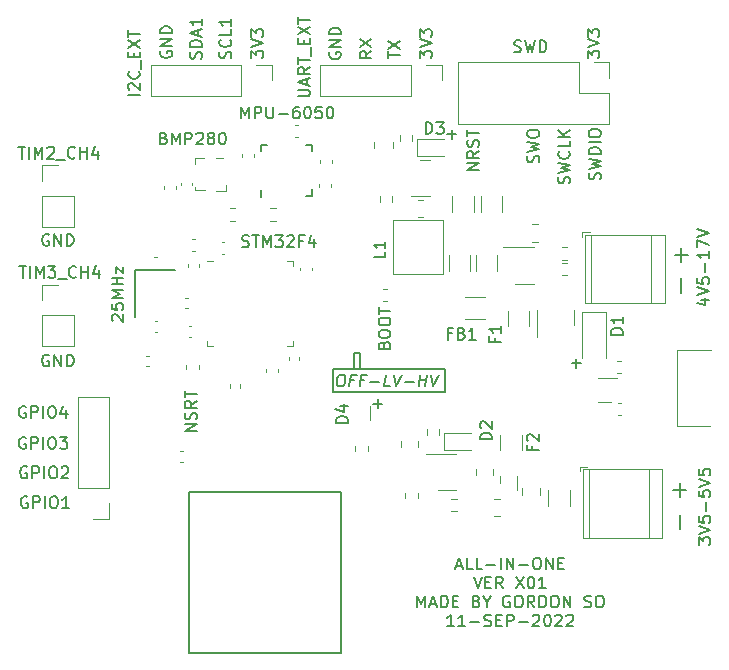
<source format=gbr>
%TF.GenerationSoftware,KiCad,Pcbnew,(6.0.7)*%
%TF.CreationDate,2022-09-11T16:04:51-07:00*%
%TF.ProjectId,All-in-one,416c6c2d-696e-42d6-9f6e-652e6b696361,rev?*%
%TF.SameCoordinates,Original*%
%TF.FileFunction,Legend,Top*%
%TF.FilePolarity,Positive*%
%FSLAX46Y46*%
G04 Gerber Fmt 4.6, Leading zero omitted, Abs format (unit mm)*
G04 Created by KiCad (PCBNEW (6.0.7)) date 2022-09-11 16:04:51*
%MOMM*%
%LPD*%
G01*
G04 APERTURE LIST*
%ADD10C,0.150000*%
%ADD11C,0.200000*%
%ADD12C,0.153000*%
%ADD13C,0.120000*%
%ADD14C,0.152400*%
%ADD15C,0.100000*%
G04 APERTURE END LIST*
D10*
X78000000Y-37800000D02*
X78000000Y-36600000D01*
X78550000Y-37200000D02*
X77450000Y-37200000D01*
D11*
X50300000Y-45500000D02*
X50800000Y-45500000D01*
X50800000Y-45500000D02*
X50800000Y-46900000D01*
D10*
X78000000Y-40400000D02*
X78000000Y-39200000D01*
X77900000Y-59200000D02*
X77900000Y-60400000D01*
X48500000Y-46900000D02*
X58000000Y-46900000D01*
X58000000Y-46900000D02*
X58000000Y-48800000D01*
X58000000Y-48800000D02*
X48500000Y-48800000D01*
X48500000Y-48800000D02*
X48500000Y-46900000D01*
X77300000Y-57100000D02*
X78400000Y-57100000D01*
D11*
X50300000Y-46900000D02*
X50300000Y-45500000D01*
D10*
X77850000Y-56500000D02*
X77850000Y-57700000D01*
X70052380Y-20538095D02*
X70052380Y-19919047D01*
X70433333Y-20252380D01*
X70433333Y-20109523D01*
X70480952Y-20014285D01*
X70528571Y-19966666D01*
X70623809Y-19919047D01*
X70861904Y-19919047D01*
X70957142Y-19966666D01*
X71004761Y-20014285D01*
X71052380Y-20109523D01*
X71052380Y-20395238D01*
X71004761Y-20490476D01*
X70957142Y-20538095D01*
X70052380Y-19633333D02*
X71052380Y-19300000D01*
X70052380Y-18966666D01*
X70052380Y-18728571D02*
X70052380Y-18109523D01*
X70433333Y-18442857D01*
X70433333Y-18300000D01*
X70480952Y-18204761D01*
X70528571Y-18157142D01*
X70623809Y-18109523D01*
X70861904Y-18109523D01*
X70957142Y-18157142D01*
X71004761Y-18204761D01*
X71052380Y-18300000D01*
X71052380Y-18585714D01*
X71004761Y-18680952D01*
X70957142Y-18728571D01*
X41577380Y-20538095D02*
X41577380Y-19919047D01*
X41958333Y-20252380D01*
X41958333Y-20109523D01*
X42005952Y-20014285D01*
X42053571Y-19966666D01*
X42148809Y-19919047D01*
X42386904Y-19919047D01*
X42482142Y-19966666D01*
X42529761Y-20014285D01*
X42577380Y-20109523D01*
X42577380Y-20395238D01*
X42529761Y-20490476D01*
X42482142Y-20538095D01*
X41577380Y-19633333D02*
X42577380Y-19300000D01*
X41577380Y-18966666D01*
X41577380Y-18728571D02*
X41577380Y-18109523D01*
X41958333Y-18442857D01*
X41958333Y-18300000D01*
X42005952Y-18204761D01*
X42053571Y-18157142D01*
X42148809Y-18109523D01*
X42386904Y-18109523D01*
X42482142Y-18157142D01*
X42529761Y-18204761D01*
X42577380Y-18300000D01*
X42577380Y-18585714D01*
X42529761Y-18680952D01*
X42482142Y-18728571D01*
X21947619Y-38152380D02*
X22519047Y-38152380D01*
X22233333Y-39152380D02*
X22233333Y-38152380D01*
X22852380Y-39152380D02*
X22852380Y-38152380D01*
X23328571Y-39152380D02*
X23328571Y-38152380D01*
X23661904Y-38866666D01*
X23995238Y-38152380D01*
X23995238Y-39152380D01*
X24376190Y-38152380D02*
X24995238Y-38152380D01*
X24661904Y-38533333D01*
X24804761Y-38533333D01*
X24900000Y-38580952D01*
X24947619Y-38628571D01*
X24995238Y-38723809D01*
X24995238Y-38961904D01*
X24947619Y-39057142D01*
X24900000Y-39104761D01*
X24804761Y-39152380D01*
X24519047Y-39152380D01*
X24423809Y-39104761D01*
X24376190Y-39057142D01*
X25185714Y-39247619D02*
X25947619Y-39247619D01*
X26757142Y-39057142D02*
X26709523Y-39104761D01*
X26566666Y-39152380D01*
X26471428Y-39152380D01*
X26328571Y-39104761D01*
X26233333Y-39009523D01*
X26185714Y-38914285D01*
X26138095Y-38723809D01*
X26138095Y-38580952D01*
X26185714Y-38390476D01*
X26233333Y-38295238D01*
X26328571Y-38200000D01*
X26471428Y-38152380D01*
X26566666Y-38152380D01*
X26709523Y-38200000D01*
X26757142Y-38247619D01*
X27185714Y-39152380D02*
X27185714Y-38152380D01*
X27185714Y-38628571D02*
X27757142Y-38628571D01*
X27757142Y-39152380D02*
X27757142Y-38152380D01*
X28661904Y-38485714D02*
X28661904Y-39152380D01*
X28423809Y-38104761D02*
X28185714Y-38819047D01*
X28804761Y-38819047D01*
X24438095Y-45700000D02*
X24342857Y-45652380D01*
X24200000Y-45652380D01*
X24057142Y-45700000D01*
X23961904Y-45795238D01*
X23914285Y-45890476D01*
X23866666Y-46080952D01*
X23866666Y-46223809D01*
X23914285Y-46414285D01*
X23961904Y-46509523D01*
X24057142Y-46604761D01*
X24200000Y-46652380D01*
X24295238Y-46652380D01*
X24438095Y-46604761D01*
X24485714Y-46557142D01*
X24485714Y-46223809D01*
X24295238Y-46223809D01*
X24914285Y-46652380D02*
X24914285Y-45652380D01*
X25485714Y-46652380D01*
X25485714Y-45652380D01*
X25961904Y-46652380D02*
X25961904Y-45652380D01*
X26200000Y-45652380D01*
X26342857Y-45700000D01*
X26438095Y-45795238D01*
X26485714Y-45890476D01*
X26533333Y-46080952D01*
X26533333Y-46223809D01*
X26485714Y-46414285D01*
X26438095Y-46509523D01*
X26342857Y-46604761D01*
X26200000Y-46652380D01*
X25961904Y-46652380D01*
X22463809Y-52675000D02*
X22368571Y-52627380D01*
X22225714Y-52627380D01*
X22082857Y-52675000D01*
X21987619Y-52770238D01*
X21940000Y-52865476D01*
X21892380Y-53055952D01*
X21892380Y-53198809D01*
X21940000Y-53389285D01*
X21987619Y-53484523D01*
X22082857Y-53579761D01*
X22225714Y-53627380D01*
X22320952Y-53627380D01*
X22463809Y-53579761D01*
X22511428Y-53532142D01*
X22511428Y-53198809D01*
X22320952Y-53198809D01*
X22940000Y-53627380D02*
X22940000Y-52627380D01*
X23320952Y-52627380D01*
X23416190Y-52675000D01*
X23463809Y-52722619D01*
X23511428Y-52817857D01*
X23511428Y-52960714D01*
X23463809Y-53055952D01*
X23416190Y-53103571D01*
X23320952Y-53151190D01*
X22940000Y-53151190D01*
X23940000Y-53627380D02*
X23940000Y-52627380D01*
X24606666Y-52627380D02*
X24797142Y-52627380D01*
X24892380Y-52675000D01*
X24987619Y-52770238D01*
X25035238Y-52960714D01*
X25035238Y-53294047D01*
X24987619Y-53484523D01*
X24892380Y-53579761D01*
X24797142Y-53627380D01*
X24606666Y-53627380D01*
X24511428Y-53579761D01*
X24416190Y-53484523D01*
X24368571Y-53294047D01*
X24368571Y-52960714D01*
X24416190Y-52770238D01*
X24511428Y-52675000D01*
X24606666Y-52627380D01*
X25368571Y-52627380D02*
X25987619Y-52627380D01*
X25654285Y-53008333D01*
X25797142Y-53008333D01*
X25892380Y-53055952D01*
X25940000Y-53103571D01*
X25987619Y-53198809D01*
X25987619Y-53436904D01*
X25940000Y-53532142D01*
X25892380Y-53579761D01*
X25797142Y-53627380D01*
X25511428Y-53627380D01*
X25416190Y-53579761D01*
X25368571Y-53532142D01*
X53152380Y-20561904D02*
X53152380Y-19990476D01*
X54152380Y-20276190D02*
X53152380Y-20276190D01*
X53152380Y-19752380D02*
X54152380Y-19085714D01*
X53152380Y-19085714D02*
X54152380Y-19752380D01*
X49154136Y-47352380D02*
X49344613Y-47352380D01*
X49433898Y-47400000D01*
X49517232Y-47495238D01*
X49541041Y-47685714D01*
X49499375Y-48019047D01*
X49427946Y-48209523D01*
X49320803Y-48304761D01*
X49219613Y-48352380D01*
X49029136Y-48352380D01*
X48939851Y-48304761D01*
X48856517Y-48209523D01*
X48832708Y-48019047D01*
X48874375Y-47685714D01*
X48945803Y-47495238D01*
X49052946Y-47400000D01*
X49154136Y-47352380D01*
X50285089Y-47828571D02*
X49951755Y-47828571D01*
X49886279Y-48352380D02*
X50011279Y-47352380D01*
X50487470Y-47352380D01*
X51142232Y-47828571D02*
X50808898Y-47828571D01*
X50743422Y-48352380D02*
X50868422Y-47352380D01*
X51344613Y-47352380D01*
X51648184Y-47971428D02*
X52410089Y-47971428D01*
X53314851Y-48352380D02*
X52838660Y-48352380D01*
X52963660Y-47352380D01*
X53630327Y-47352380D02*
X53838660Y-48352380D01*
X54296994Y-47352380D01*
X54552946Y-47971428D02*
X55314851Y-47971428D01*
X55743422Y-48352380D02*
X55868422Y-47352380D01*
X55808898Y-47828571D02*
X56380327Y-47828571D01*
X56314851Y-48352380D02*
X56439851Y-47352380D01*
X56773184Y-47352380D02*
X56981517Y-48352380D01*
X57439851Y-47352380D01*
X22463809Y-50075000D02*
X22368571Y-50027380D01*
X22225714Y-50027380D01*
X22082857Y-50075000D01*
X21987619Y-50170238D01*
X21940000Y-50265476D01*
X21892380Y-50455952D01*
X21892380Y-50598809D01*
X21940000Y-50789285D01*
X21987619Y-50884523D01*
X22082857Y-50979761D01*
X22225714Y-51027380D01*
X22320952Y-51027380D01*
X22463809Y-50979761D01*
X22511428Y-50932142D01*
X22511428Y-50598809D01*
X22320952Y-50598809D01*
X22940000Y-51027380D02*
X22940000Y-50027380D01*
X23320952Y-50027380D01*
X23416190Y-50075000D01*
X23463809Y-50122619D01*
X23511428Y-50217857D01*
X23511428Y-50360714D01*
X23463809Y-50455952D01*
X23416190Y-50503571D01*
X23320952Y-50551190D01*
X22940000Y-50551190D01*
X23940000Y-51027380D02*
X23940000Y-50027380D01*
X24606666Y-50027380D02*
X24797142Y-50027380D01*
X24892380Y-50075000D01*
X24987619Y-50170238D01*
X25035238Y-50360714D01*
X25035238Y-50694047D01*
X24987619Y-50884523D01*
X24892380Y-50979761D01*
X24797142Y-51027380D01*
X24606666Y-51027380D01*
X24511428Y-50979761D01*
X24416190Y-50884523D01*
X24368571Y-50694047D01*
X24368571Y-50360714D01*
X24416190Y-50170238D01*
X24511428Y-50075000D01*
X24606666Y-50027380D01*
X25892380Y-50360714D02*
X25892380Y-51027380D01*
X25654285Y-49979761D02*
X25416190Y-50694047D01*
X26035238Y-50694047D01*
X29847619Y-42811904D02*
X29800000Y-42764285D01*
X29752380Y-42669047D01*
X29752380Y-42430952D01*
X29800000Y-42335714D01*
X29847619Y-42288095D01*
X29942857Y-42240476D01*
X30038095Y-42240476D01*
X30180952Y-42288095D01*
X30752380Y-42859523D01*
X30752380Y-42240476D01*
X29752380Y-41335714D02*
X29752380Y-41811904D01*
X30228571Y-41859523D01*
X30180952Y-41811904D01*
X30133333Y-41716666D01*
X30133333Y-41478571D01*
X30180952Y-41383333D01*
X30228571Y-41335714D01*
X30323809Y-41288095D01*
X30561904Y-41288095D01*
X30657142Y-41335714D01*
X30704761Y-41383333D01*
X30752380Y-41478571D01*
X30752380Y-41716666D01*
X30704761Y-41811904D01*
X30657142Y-41859523D01*
X30752380Y-40859523D02*
X29752380Y-40859523D01*
X30466666Y-40526190D01*
X29752380Y-40192857D01*
X30752380Y-40192857D01*
X30752380Y-39716666D02*
X29752380Y-39716666D01*
X30228571Y-39716666D02*
X30228571Y-39145238D01*
X30752380Y-39145238D02*
X29752380Y-39145238D01*
X30085714Y-38764285D02*
X30085714Y-38240476D01*
X30752380Y-38764285D01*
X30752380Y-38240476D01*
X79452380Y-61738095D02*
X79452380Y-61119047D01*
X79833333Y-61452380D01*
X79833333Y-61309523D01*
X79880952Y-61214285D01*
X79928571Y-61166666D01*
X80023809Y-61119047D01*
X80261904Y-61119047D01*
X80357142Y-61166666D01*
X80404761Y-61214285D01*
X80452380Y-61309523D01*
X80452380Y-61595238D01*
X80404761Y-61690476D01*
X80357142Y-61738095D01*
X79452380Y-60833333D02*
X80452380Y-60500000D01*
X79452380Y-60166666D01*
X79452380Y-59357142D02*
X79452380Y-59833333D01*
X79928571Y-59880952D01*
X79880952Y-59833333D01*
X79833333Y-59738095D01*
X79833333Y-59500000D01*
X79880952Y-59404761D01*
X79928571Y-59357142D01*
X80023809Y-59309523D01*
X80261904Y-59309523D01*
X80357142Y-59357142D01*
X80404761Y-59404761D01*
X80452380Y-59500000D01*
X80452380Y-59738095D01*
X80404761Y-59833333D01*
X80357142Y-59880952D01*
X80071428Y-58880952D02*
X80071428Y-58119047D01*
X79452380Y-57166666D02*
X79452380Y-57642857D01*
X79928571Y-57690476D01*
X79880952Y-57642857D01*
X79833333Y-57547619D01*
X79833333Y-57309523D01*
X79880952Y-57214285D01*
X79928571Y-57166666D01*
X80023809Y-57119047D01*
X80261904Y-57119047D01*
X80357142Y-57166666D01*
X80404761Y-57214285D01*
X80452380Y-57309523D01*
X80452380Y-57547619D01*
X80404761Y-57642857D01*
X80357142Y-57690476D01*
X79452380Y-56833333D02*
X80452380Y-56500000D01*
X79452380Y-56166666D01*
X79452380Y-55357142D02*
X79452380Y-55833333D01*
X79928571Y-55880952D01*
X79880952Y-55833333D01*
X79833333Y-55738095D01*
X79833333Y-55500000D01*
X79880952Y-55404761D01*
X79928571Y-55357142D01*
X80023809Y-55309523D01*
X80261904Y-55309523D01*
X80357142Y-55357142D01*
X80404761Y-55404761D01*
X80452380Y-55500000D01*
X80452380Y-55738095D01*
X80404761Y-55833333D01*
X80357142Y-55880952D01*
X39829761Y-20566666D02*
X39877380Y-20423809D01*
X39877380Y-20185714D01*
X39829761Y-20090476D01*
X39782142Y-20042857D01*
X39686904Y-19995238D01*
X39591666Y-19995238D01*
X39496428Y-20042857D01*
X39448809Y-20090476D01*
X39401190Y-20185714D01*
X39353571Y-20376190D01*
X39305952Y-20471428D01*
X39258333Y-20519047D01*
X39163095Y-20566666D01*
X39067857Y-20566666D01*
X38972619Y-20519047D01*
X38925000Y-20471428D01*
X38877380Y-20376190D01*
X38877380Y-20138095D01*
X38925000Y-19995238D01*
X39782142Y-18995238D02*
X39829761Y-19042857D01*
X39877380Y-19185714D01*
X39877380Y-19280952D01*
X39829761Y-19423809D01*
X39734523Y-19519047D01*
X39639285Y-19566666D01*
X39448809Y-19614285D01*
X39305952Y-19614285D01*
X39115476Y-19566666D01*
X39020238Y-19519047D01*
X38925000Y-19423809D01*
X38877380Y-19280952D01*
X38877380Y-19185714D01*
X38925000Y-19042857D01*
X38972619Y-18995238D01*
X39877380Y-18090476D02*
X39877380Y-18566666D01*
X38877380Y-18566666D01*
X39877380Y-17233333D02*
X39877380Y-17804761D01*
X39877380Y-17519047D02*
X38877380Y-17519047D01*
X39020238Y-17614285D01*
X39115476Y-17709523D01*
X39163095Y-17804761D01*
X22563809Y-55175000D02*
X22468571Y-55127380D01*
X22325714Y-55127380D01*
X22182857Y-55175000D01*
X22087619Y-55270238D01*
X22040000Y-55365476D01*
X21992380Y-55555952D01*
X21992380Y-55698809D01*
X22040000Y-55889285D01*
X22087619Y-55984523D01*
X22182857Y-56079761D01*
X22325714Y-56127380D01*
X22420952Y-56127380D01*
X22563809Y-56079761D01*
X22611428Y-56032142D01*
X22611428Y-55698809D01*
X22420952Y-55698809D01*
X23040000Y-56127380D02*
X23040000Y-55127380D01*
X23420952Y-55127380D01*
X23516190Y-55175000D01*
X23563809Y-55222619D01*
X23611428Y-55317857D01*
X23611428Y-55460714D01*
X23563809Y-55555952D01*
X23516190Y-55603571D01*
X23420952Y-55651190D01*
X23040000Y-55651190D01*
X24040000Y-56127380D02*
X24040000Y-55127380D01*
X24706666Y-55127380D02*
X24897142Y-55127380D01*
X24992380Y-55175000D01*
X25087619Y-55270238D01*
X25135238Y-55460714D01*
X25135238Y-55794047D01*
X25087619Y-55984523D01*
X24992380Y-56079761D01*
X24897142Y-56127380D01*
X24706666Y-56127380D01*
X24611428Y-56079761D01*
X24516190Y-55984523D01*
X24468571Y-55794047D01*
X24468571Y-55460714D01*
X24516190Y-55270238D01*
X24611428Y-55175000D01*
X24706666Y-55127380D01*
X25516190Y-55222619D02*
X25563809Y-55175000D01*
X25659047Y-55127380D01*
X25897142Y-55127380D01*
X25992380Y-55175000D01*
X26040000Y-55222619D01*
X26087619Y-55317857D01*
X26087619Y-55413095D01*
X26040000Y-55555952D01*
X25468571Y-56127380D01*
X26087619Y-56127380D01*
X58571428Y-27380952D02*
X58571428Y-26619047D01*
X58952380Y-27000000D02*
X58190476Y-27000000D01*
X65904761Y-29380952D02*
X65952380Y-29238095D01*
X65952380Y-29000000D01*
X65904761Y-28904761D01*
X65857142Y-28857142D01*
X65761904Y-28809523D01*
X65666666Y-28809523D01*
X65571428Y-28857142D01*
X65523809Y-28904761D01*
X65476190Y-29000000D01*
X65428571Y-29190476D01*
X65380952Y-29285714D01*
X65333333Y-29333333D01*
X65238095Y-29380952D01*
X65142857Y-29380952D01*
X65047619Y-29333333D01*
X65000000Y-29285714D01*
X64952380Y-29190476D01*
X64952380Y-28952380D01*
X65000000Y-28809523D01*
X64952380Y-28476190D02*
X65952380Y-28238095D01*
X65238095Y-28047619D01*
X65952380Y-27857142D01*
X64952380Y-27619047D01*
X64952380Y-27047619D02*
X64952380Y-26857142D01*
X65000000Y-26761904D01*
X65095238Y-26666666D01*
X65285714Y-26619047D01*
X65619047Y-26619047D01*
X65809523Y-26666666D01*
X65904761Y-26761904D01*
X65952380Y-26857142D01*
X65952380Y-27047619D01*
X65904761Y-27142857D01*
X65809523Y-27238095D01*
X65619047Y-27285714D01*
X65285714Y-27285714D01*
X65095238Y-27238095D01*
X65000000Y-27142857D01*
X64952380Y-27047619D01*
X22623809Y-57700000D02*
X22528571Y-57652380D01*
X22385714Y-57652380D01*
X22242857Y-57700000D01*
X22147619Y-57795238D01*
X22100000Y-57890476D01*
X22052380Y-58080952D01*
X22052380Y-58223809D01*
X22100000Y-58414285D01*
X22147619Y-58509523D01*
X22242857Y-58604761D01*
X22385714Y-58652380D01*
X22480952Y-58652380D01*
X22623809Y-58604761D01*
X22671428Y-58557142D01*
X22671428Y-58223809D01*
X22480952Y-58223809D01*
X23100000Y-58652380D02*
X23100000Y-57652380D01*
X23480952Y-57652380D01*
X23576190Y-57700000D01*
X23623809Y-57747619D01*
X23671428Y-57842857D01*
X23671428Y-57985714D01*
X23623809Y-58080952D01*
X23576190Y-58128571D01*
X23480952Y-58176190D01*
X23100000Y-58176190D01*
X24100000Y-58652380D02*
X24100000Y-57652380D01*
X24766666Y-57652380D02*
X24957142Y-57652380D01*
X25052380Y-57700000D01*
X25147619Y-57795238D01*
X25195238Y-57985714D01*
X25195238Y-58319047D01*
X25147619Y-58509523D01*
X25052380Y-58604761D01*
X24957142Y-58652380D01*
X24766666Y-58652380D01*
X24671428Y-58604761D01*
X24576190Y-58509523D01*
X24528571Y-58319047D01*
X24528571Y-57985714D01*
X24576190Y-57795238D01*
X24671428Y-57700000D01*
X24766666Y-57652380D01*
X26147619Y-58652380D02*
X25576190Y-58652380D01*
X25861904Y-58652380D02*
X25861904Y-57652380D01*
X25766666Y-57795238D01*
X25671428Y-57890476D01*
X25576190Y-57938095D01*
X58952380Y-63551666D02*
X59428571Y-63551666D01*
X58857142Y-63837380D02*
X59190476Y-62837380D01*
X59523809Y-63837380D01*
X60333333Y-63837380D02*
X59857142Y-63837380D01*
X59857142Y-62837380D01*
X61142857Y-63837380D02*
X60666666Y-63837380D01*
X60666666Y-62837380D01*
X61476190Y-63456428D02*
X62238095Y-63456428D01*
X62714285Y-63837380D02*
X62714285Y-62837380D01*
X63190476Y-63837380D02*
X63190476Y-62837380D01*
X63761904Y-63837380D01*
X63761904Y-62837380D01*
X64238095Y-63456428D02*
X65000000Y-63456428D01*
X65666666Y-62837380D02*
X65857142Y-62837380D01*
X65952380Y-62885000D01*
X66047619Y-62980238D01*
X66095238Y-63170714D01*
X66095238Y-63504047D01*
X66047619Y-63694523D01*
X65952380Y-63789761D01*
X65857142Y-63837380D01*
X65666666Y-63837380D01*
X65571428Y-63789761D01*
X65476190Y-63694523D01*
X65428571Y-63504047D01*
X65428571Y-63170714D01*
X65476190Y-62980238D01*
X65571428Y-62885000D01*
X65666666Y-62837380D01*
X66523809Y-63837380D02*
X66523809Y-62837380D01*
X67095238Y-63837380D01*
X67095238Y-62837380D01*
X67571428Y-63313571D02*
X67904761Y-63313571D01*
X68047619Y-63837380D02*
X67571428Y-63837380D01*
X67571428Y-62837380D01*
X68047619Y-62837380D01*
X60404761Y-64447380D02*
X60738095Y-65447380D01*
X61071428Y-64447380D01*
X61404761Y-64923571D02*
X61738095Y-64923571D01*
X61880952Y-65447380D02*
X61404761Y-65447380D01*
X61404761Y-64447380D01*
X61880952Y-64447380D01*
X62880952Y-65447380D02*
X62547619Y-64971190D01*
X62309523Y-65447380D02*
X62309523Y-64447380D01*
X62690476Y-64447380D01*
X62785714Y-64495000D01*
X62833333Y-64542619D01*
X62880952Y-64637857D01*
X62880952Y-64780714D01*
X62833333Y-64875952D01*
X62785714Y-64923571D01*
X62690476Y-64971190D01*
X62309523Y-64971190D01*
X63976190Y-64447380D02*
X64642857Y-65447380D01*
X64642857Y-64447380D02*
X63976190Y-65447380D01*
X65214285Y-64447380D02*
X65309523Y-64447380D01*
X65404761Y-64495000D01*
X65452380Y-64542619D01*
X65500000Y-64637857D01*
X65547619Y-64828333D01*
X65547619Y-65066428D01*
X65500000Y-65256904D01*
X65452380Y-65352142D01*
X65404761Y-65399761D01*
X65309523Y-65447380D01*
X65214285Y-65447380D01*
X65119047Y-65399761D01*
X65071428Y-65352142D01*
X65023809Y-65256904D01*
X64976190Y-65066428D01*
X64976190Y-64828333D01*
X65023809Y-64637857D01*
X65071428Y-64542619D01*
X65119047Y-64495000D01*
X65214285Y-64447380D01*
X66500000Y-65447380D02*
X65928571Y-65447380D01*
X66214285Y-65447380D02*
X66214285Y-64447380D01*
X66119047Y-64590238D01*
X66023809Y-64685476D01*
X65928571Y-64733095D01*
X55642857Y-67057380D02*
X55642857Y-66057380D01*
X55976190Y-66771666D01*
X56309523Y-66057380D01*
X56309523Y-67057380D01*
X56738095Y-66771666D02*
X57214285Y-66771666D01*
X56642857Y-67057380D02*
X56976190Y-66057380D01*
X57309523Y-67057380D01*
X57642857Y-67057380D02*
X57642857Y-66057380D01*
X57880952Y-66057380D01*
X58023809Y-66105000D01*
X58119047Y-66200238D01*
X58166666Y-66295476D01*
X58214285Y-66485952D01*
X58214285Y-66628809D01*
X58166666Y-66819285D01*
X58119047Y-66914523D01*
X58023809Y-67009761D01*
X57880952Y-67057380D01*
X57642857Y-67057380D01*
X58642857Y-66533571D02*
X58976190Y-66533571D01*
X59119047Y-67057380D02*
X58642857Y-67057380D01*
X58642857Y-66057380D01*
X59119047Y-66057380D01*
X60642857Y-66533571D02*
X60785714Y-66581190D01*
X60833333Y-66628809D01*
X60880952Y-66724047D01*
X60880952Y-66866904D01*
X60833333Y-66962142D01*
X60785714Y-67009761D01*
X60690476Y-67057380D01*
X60309523Y-67057380D01*
X60309523Y-66057380D01*
X60642857Y-66057380D01*
X60738095Y-66105000D01*
X60785714Y-66152619D01*
X60833333Y-66247857D01*
X60833333Y-66343095D01*
X60785714Y-66438333D01*
X60738095Y-66485952D01*
X60642857Y-66533571D01*
X60309523Y-66533571D01*
X61500000Y-66581190D02*
X61500000Y-67057380D01*
X61166666Y-66057380D02*
X61500000Y-66581190D01*
X61833333Y-66057380D01*
X63452380Y-66105000D02*
X63357142Y-66057380D01*
X63214285Y-66057380D01*
X63071428Y-66105000D01*
X62976190Y-66200238D01*
X62928571Y-66295476D01*
X62880952Y-66485952D01*
X62880952Y-66628809D01*
X62928571Y-66819285D01*
X62976190Y-66914523D01*
X63071428Y-67009761D01*
X63214285Y-67057380D01*
X63309523Y-67057380D01*
X63452380Y-67009761D01*
X63500000Y-66962142D01*
X63500000Y-66628809D01*
X63309523Y-66628809D01*
X64119047Y-66057380D02*
X64309523Y-66057380D01*
X64404761Y-66105000D01*
X64500000Y-66200238D01*
X64547619Y-66390714D01*
X64547619Y-66724047D01*
X64500000Y-66914523D01*
X64404761Y-67009761D01*
X64309523Y-67057380D01*
X64119047Y-67057380D01*
X64023809Y-67009761D01*
X63928571Y-66914523D01*
X63880952Y-66724047D01*
X63880952Y-66390714D01*
X63928571Y-66200238D01*
X64023809Y-66105000D01*
X64119047Y-66057380D01*
X65547619Y-67057380D02*
X65214285Y-66581190D01*
X64976190Y-67057380D02*
X64976190Y-66057380D01*
X65357142Y-66057380D01*
X65452380Y-66105000D01*
X65500000Y-66152619D01*
X65547619Y-66247857D01*
X65547619Y-66390714D01*
X65500000Y-66485952D01*
X65452380Y-66533571D01*
X65357142Y-66581190D01*
X64976190Y-66581190D01*
X65976190Y-67057380D02*
X65976190Y-66057380D01*
X66214285Y-66057380D01*
X66357142Y-66105000D01*
X66452380Y-66200238D01*
X66500000Y-66295476D01*
X66547619Y-66485952D01*
X66547619Y-66628809D01*
X66500000Y-66819285D01*
X66452380Y-66914523D01*
X66357142Y-67009761D01*
X66214285Y-67057380D01*
X65976190Y-67057380D01*
X67166666Y-66057380D02*
X67357142Y-66057380D01*
X67452380Y-66105000D01*
X67547619Y-66200238D01*
X67595238Y-66390714D01*
X67595238Y-66724047D01*
X67547619Y-66914523D01*
X67452380Y-67009761D01*
X67357142Y-67057380D01*
X67166666Y-67057380D01*
X67071428Y-67009761D01*
X66976190Y-66914523D01*
X66928571Y-66724047D01*
X66928571Y-66390714D01*
X66976190Y-66200238D01*
X67071428Y-66105000D01*
X67166666Y-66057380D01*
X68023809Y-67057380D02*
X68023809Y-66057380D01*
X68595238Y-67057380D01*
X68595238Y-66057380D01*
X69785714Y-67009761D02*
X69928571Y-67057380D01*
X70166666Y-67057380D01*
X70261904Y-67009761D01*
X70309523Y-66962142D01*
X70357142Y-66866904D01*
X70357142Y-66771666D01*
X70309523Y-66676428D01*
X70261904Y-66628809D01*
X70166666Y-66581190D01*
X69976190Y-66533571D01*
X69880952Y-66485952D01*
X69833333Y-66438333D01*
X69785714Y-66343095D01*
X69785714Y-66247857D01*
X69833333Y-66152619D01*
X69880952Y-66105000D01*
X69976190Y-66057380D01*
X70214285Y-66057380D01*
X70357142Y-66105000D01*
X70976190Y-66057380D02*
X71166666Y-66057380D01*
X71261904Y-66105000D01*
X71357142Y-66200238D01*
X71404761Y-66390714D01*
X71404761Y-66724047D01*
X71357142Y-66914523D01*
X71261904Y-67009761D01*
X71166666Y-67057380D01*
X70976190Y-67057380D01*
X70880952Y-67009761D01*
X70785714Y-66914523D01*
X70738095Y-66724047D01*
X70738095Y-66390714D01*
X70785714Y-66200238D01*
X70880952Y-66105000D01*
X70976190Y-66057380D01*
X58738095Y-68667380D02*
X58166666Y-68667380D01*
X58452380Y-68667380D02*
X58452380Y-67667380D01*
X58357142Y-67810238D01*
X58261904Y-67905476D01*
X58166666Y-67953095D01*
X59690476Y-68667380D02*
X59119047Y-68667380D01*
X59404761Y-68667380D02*
X59404761Y-67667380D01*
X59309523Y-67810238D01*
X59214285Y-67905476D01*
X59119047Y-67953095D01*
X60119047Y-68286428D02*
X60880952Y-68286428D01*
X61309523Y-68619761D02*
X61452380Y-68667380D01*
X61690476Y-68667380D01*
X61785714Y-68619761D01*
X61833333Y-68572142D01*
X61880952Y-68476904D01*
X61880952Y-68381666D01*
X61833333Y-68286428D01*
X61785714Y-68238809D01*
X61690476Y-68191190D01*
X61500000Y-68143571D01*
X61404761Y-68095952D01*
X61357142Y-68048333D01*
X61309523Y-67953095D01*
X61309523Y-67857857D01*
X61357142Y-67762619D01*
X61404761Y-67715000D01*
X61500000Y-67667380D01*
X61738095Y-67667380D01*
X61880952Y-67715000D01*
X62309523Y-68143571D02*
X62642857Y-68143571D01*
X62785714Y-68667380D02*
X62309523Y-68667380D01*
X62309523Y-67667380D01*
X62785714Y-67667380D01*
X63214285Y-68667380D02*
X63214285Y-67667380D01*
X63595238Y-67667380D01*
X63690476Y-67715000D01*
X63738095Y-67762619D01*
X63785714Y-67857857D01*
X63785714Y-68000714D01*
X63738095Y-68095952D01*
X63690476Y-68143571D01*
X63595238Y-68191190D01*
X63214285Y-68191190D01*
X64214285Y-68286428D02*
X64976190Y-68286428D01*
X65404761Y-67762619D02*
X65452380Y-67715000D01*
X65547619Y-67667380D01*
X65785714Y-67667380D01*
X65880952Y-67715000D01*
X65928571Y-67762619D01*
X65976190Y-67857857D01*
X65976190Y-67953095D01*
X65928571Y-68095952D01*
X65357142Y-68667380D01*
X65976190Y-68667380D01*
X66595238Y-67667380D02*
X66690476Y-67667380D01*
X66785714Y-67715000D01*
X66833333Y-67762619D01*
X66880952Y-67857857D01*
X66928571Y-68048333D01*
X66928571Y-68286428D01*
X66880952Y-68476904D01*
X66833333Y-68572142D01*
X66785714Y-68619761D01*
X66690476Y-68667380D01*
X66595238Y-68667380D01*
X66500000Y-68619761D01*
X66452380Y-68572142D01*
X66404761Y-68476904D01*
X66357142Y-68286428D01*
X66357142Y-68048333D01*
X66404761Y-67857857D01*
X66452380Y-67762619D01*
X66500000Y-67715000D01*
X66595238Y-67667380D01*
X67309523Y-67762619D02*
X67357142Y-67715000D01*
X67452380Y-67667380D01*
X67690476Y-67667380D01*
X67785714Y-67715000D01*
X67833333Y-67762619D01*
X67880952Y-67857857D01*
X67880952Y-67953095D01*
X67833333Y-68095952D01*
X67261904Y-68667380D01*
X67880952Y-68667380D01*
X68261904Y-67762619D02*
X68309523Y-67715000D01*
X68404761Y-67667380D01*
X68642857Y-67667380D01*
X68738095Y-67715000D01*
X68785714Y-67762619D01*
X68833333Y-67857857D01*
X68833333Y-67953095D01*
X68785714Y-68095952D01*
X68214285Y-68667380D01*
X68833333Y-68667380D01*
X33925000Y-19961904D02*
X33877380Y-20057142D01*
X33877380Y-20200000D01*
X33925000Y-20342857D01*
X34020238Y-20438095D01*
X34115476Y-20485714D01*
X34305952Y-20533333D01*
X34448809Y-20533333D01*
X34639285Y-20485714D01*
X34734523Y-20438095D01*
X34829761Y-20342857D01*
X34877380Y-20200000D01*
X34877380Y-20104761D01*
X34829761Y-19961904D01*
X34782142Y-19914285D01*
X34448809Y-19914285D01*
X34448809Y-20104761D01*
X34877380Y-19485714D02*
X33877380Y-19485714D01*
X34877380Y-18914285D01*
X33877380Y-18914285D01*
X34877380Y-18438095D02*
X33877380Y-18438095D01*
X33877380Y-18200000D01*
X33925000Y-18057142D01*
X34020238Y-17961904D01*
X34115476Y-17914285D01*
X34305952Y-17866666D01*
X34448809Y-17866666D01*
X34639285Y-17914285D01*
X34734523Y-17961904D01*
X34829761Y-18057142D01*
X34877380Y-18200000D01*
X34877380Y-18438095D01*
X52271428Y-50180952D02*
X52271428Y-49419047D01*
X52652380Y-49800000D02*
X51890476Y-49800000D01*
X55852380Y-20538095D02*
X55852380Y-19919047D01*
X56233333Y-20252380D01*
X56233333Y-20109523D01*
X56280952Y-20014285D01*
X56328571Y-19966666D01*
X56423809Y-19919047D01*
X56661904Y-19919047D01*
X56757142Y-19966666D01*
X56804761Y-20014285D01*
X56852380Y-20109523D01*
X56852380Y-20395238D01*
X56804761Y-20490476D01*
X56757142Y-20538095D01*
X55852380Y-19633333D02*
X56852380Y-19300000D01*
X55852380Y-18966666D01*
X55852380Y-18728571D02*
X55852380Y-18109523D01*
X56233333Y-18442857D01*
X56233333Y-18300000D01*
X56280952Y-18204761D01*
X56328571Y-18157142D01*
X56423809Y-18109523D01*
X56661904Y-18109523D01*
X56757142Y-18157142D01*
X56804761Y-18204761D01*
X56852380Y-18300000D01*
X56852380Y-18585714D01*
X56804761Y-18680952D01*
X56757142Y-18728571D01*
X68504761Y-31161904D02*
X68552380Y-31019047D01*
X68552380Y-30780952D01*
X68504761Y-30685714D01*
X68457142Y-30638095D01*
X68361904Y-30590476D01*
X68266666Y-30590476D01*
X68171428Y-30638095D01*
X68123809Y-30685714D01*
X68076190Y-30780952D01*
X68028571Y-30971428D01*
X67980952Y-31066666D01*
X67933333Y-31114285D01*
X67838095Y-31161904D01*
X67742857Y-31161904D01*
X67647619Y-31114285D01*
X67600000Y-31066666D01*
X67552380Y-30971428D01*
X67552380Y-30733333D01*
X67600000Y-30590476D01*
X67552380Y-30257142D02*
X68552380Y-30019047D01*
X67838095Y-29828571D01*
X68552380Y-29638095D01*
X67552380Y-29400000D01*
X68457142Y-28447619D02*
X68504761Y-28495238D01*
X68552380Y-28638095D01*
X68552380Y-28733333D01*
X68504761Y-28876190D01*
X68409523Y-28971428D01*
X68314285Y-29019047D01*
X68123809Y-29066666D01*
X67980952Y-29066666D01*
X67790476Y-29019047D01*
X67695238Y-28971428D01*
X67600000Y-28876190D01*
X67552380Y-28733333D01*
X67552380Y-28638095D01*
X67600000Y-28495238D01*
X67647619Y-28447619D01*
X68552380Y-27542857D02*
X68552380Y-28019047D01*
X67552380Y-28019047D01*
X68552380Y-27209523D02*
X67552380Y-27209523D01*
X68552380Y-26638095D02*
X67980952Y-27066666D01*
X67552380Y-26638095D02*
X68123809Y-27209523D01*
X21847619Y-28052380D02*
X22419047Y-28052380D01*
X22133333Y-29052380D02*
X22133333Y-28052380D01*
X22752380Y-29052380D02*
X22752380Y-28052380D01*
X23228571Y-29052380D02*
X23228571Y-28052380D01*
X23561904Y-28766666D01*
X23895238Y-28052380D01*
X23895238Y-29052380D01*
X24323809Y-28147619D02*
X24371428Y-28100000D01*
X24466666Y-28052380D01*
X24704761Y-28052380D01*
X24800000Y-28100000D01*
X24847619Y-28147619D01*
X24895238Y-28242857D01*
X24895238Y-28338095D01*
X24847619Y-28480952D01*
X24276190Y-29052380D01*
X24895238Y-29052380D01*
X25085714Y-29147619D02*
X25847619Y-29147619D01*
X26657142Y-28957142D02*
X26609523Y-29004761D01*
X26466666Y-29052380D01*
X26371428Y-29052380D01*
X26228571Y-29004761D01*
X26133333Y-28909523D01*
X26085714Y-28814285D01*
X26038095Y-28623809D01*
X26038095Y-28480952D01*
X26085714Y-28290476D01*
X26133333Y-28195238D01*
X26228571Y-28100000D01*
X26371428Y-28052380D01*
X26466666Y-28052380D01*
X26609523Y-28100000D01*
X26657142Y-28147619D01*
X27085714Y-29052380D02*
X27085714Y-28052380D01*
X27085714Y-28528571D02*
X27657142Y-28528571D01*
X27657142Y-29052380D02*
X27657142Y-28052380D01*
X28561904Y-28385714D02*
X28561904Y-29052380D01*
X28323809Y-28004761D02*
X28085714Y-28719047D01*
X28704761Y-28719047D01*
X48200000Y-20061904D02*
X48152380Y-20157142D01*
X48152380Y-20300000D01*
X48200000Y-20442857D01*
X48295238Y-20538095D01*
X48390476Y-20585714D01*
X48580952Y-20633333D01*
X48723809Y-20633333D01*
X48914285Y-20585714D01*
X49009523Y-20538095D01*
X49104761Y-20442857D01*
X49152380Y-20300000D01*
X49152380Y-20204761D01*
X49104761Y-20061904D01*
X49057142Y-20014285D01*
X48723809Y-20014285D01*
X48723809Y-20204761D01*
X49152380Y-19585714D02*
X48152380Y-19585714D01*
X49152380Y-19014285D01*
X48152380Y-19014285D01*
X49152380Y-18538095D02*
X48152380Y-18538095D01*
X48152380Y-18300000D01*
X48200000Y-18157142D01*
X48295238Y-18061904D01*
X48390476Y-18014285D01*
X48580952Y-17966666D01*
X48723809Y-17966666D01*
X48914285Y-18014285D01*
X49009523Y-18061904D01*
X49104761Y-18157142D01*
X49152380Y-18300000D01*
X49152380Y-18538095D01*
X51752380Y-19966666D02*
X51276190Y-20300000D01*
X51752380Y-20538095D02*
X50752380Y-20538095D01*
X50752380Y-20157142D01*
X50800000Y-20061904D01*
X50847619Y-20014285D01*
X50942857Y-19966666D01*
X51085714Y-19966666D01*
X51180952Y-20014285D01*
X51228571Y-20061904D01*
X51276190Y-20157142D01*
X51276190Y-20538095D01*
X50752380Y-19633333D02*
X51752380Y-18966666D01*
X50752380Y-18966666D02*
X51752380Y-19633333D01*
X60852380Y-30042857D02*
X59852380Y-30042857D01*
X60852380Y-29471428D01*
X59852380Y-29471428D01*
X60852380Y-28423809D02*
X60376190Y-28757142D01*
X60852380Y-28995238D02*
X59852380Y-28995238D01*
X59852380Y-28614285D01*
X59900000Y-28519047D01*
X59947619Y-28471428D01*
X60042857Y-28423809D01*
X60185714Y-28423809D01*
X60280952Y-28471428D01*
X60328571Y-28519047D01*
X60376190Y-28614285D01*
X60376190Y-28995238D01*
X60804761Y-28042857D02*
X60852380Y-27900000D01*
X60852380Y-27661904D01*
X60804761Y-27566666D01*
X60757142Y-27519047D01*
X60661904Y-27471428D01*
X60566666Y-27471428D01*
X60471428Y-27519047D01*
X60423809Y-27566666D01*
X60376190Y-27661904D01*
X60328571Y-27852380D01*
X60280952Y-27947619D01*
X60233333Y-27995238D01*
X60138095Y-28042857D01*
X60042857Y-28042857D01*
X59947619Y-27995238D01*
X59900000Y-27947619D01*
X59852380Y-27852380D01*
X59852380Y-27614285D01*
X59900000Y-27471428D01*
X59852380Y-27185714D02*
X59852380Y-26614285D01*
X60852380Y-26900000D02*
X59852380Y-26900000D01*
X79685714Y-41014285D02*
X80352380Y-41014285D01*
X79304761Y-41252380D02*
X80019047Y-41490476D01*
X80019047Y-40871428D01*
X79352380Y-40633333D02*
X80352380Y-40300000D01*
X79352380Y-39966666D01*
X79352380Y-39157142D02*
X79352380Y-39633333D01*
X79828571Y-39680952D01*
X79780952Y-39633333D01*
X79733333Y-39538095D01*
X79733333Y-39300000D01*
X79780952Y-39204761D01*
X79828571Y-39157142D01*
X79923809Y-39109523D01*
X80161904Y-39109523D01*
X80257142Y-39157142D01*
X80304761Y-39204761D01*
X80352380Y-39300000D01*
X80352380Y-39538095D01*
X80304761Y-39633333D01*
X80257142Y-39680952D01*
X79971428Y-38680952D02*
X79971428Y-37919047D01*
X80352380Y-36919047D02*
X80352380Y-37490476D01*
X80352380Y-37204761D02*
X79352380Y-37204761D01*
X79495238Y-37300000D01*
X79590476Y-37395238D01*
X79638095Y-37490476D01*
X79352380Y-36585714D02*
X79352380Y-35919047D01*
X80352380Y-36347619D01*
X79352380Y-35680952D02*
X80352380Y-35347619D01*
X79352380Y-35014285D01*
X40804761Y-36504761D02*
X40947619Y-36552380D01*
X41185714Y-36552380D01*
X41280952Y-36504761D01*
X41328571Y-36457142D01*
X41376190Y-36361904D01*
X41376190Y-36266666D01*
X41328571Y-36171428D01*
X41280952Y-36123809D01*
X41185714Y-36076190D01*
X40995238Y-36028571D01*
X40900000Y-35980952D01*
X40852380Y-35933333D01*
X40804761Y-35838095D01*
X40804761Y-35742857D01*
X40852380Y-35647619D01*
X40900000Y-35600000D01*
X40995238Y-35552380D01*
X41233333Y-35552380D01*
X41376190Y-35600000D01*
X41661904Y-35552380D02*
X42233333Y-35552380D01*
X41947619Y-36552380D02*
X41947619Y-35552380D01*
X42566666Y-36552380D02*
X42566666Y-35552380D01*
X42900000Y-36266666D01*
X43233333Y-35552380D01*
X43233333Y-36552380D01*
X43614285Y-35552380D02*
X44233333Y-35552380D01*
X43900000Y-35933333D01*
X44042857Y-35933333D01*
X44138095Y-35980952D01*
X44185714Y-36028571D01*
X44233333Y-36123809D01*
X44233333Y-36361904D01*
X44185714Y-36457142D01*
X44138095Y-36504761D01*
X44042857Y-36552380D01*
X43757142Y-36552380D01*
X43661904Y-36504761D01*
X43614285Y-36457142D01*
X44614285Y-35647619D02*
X44661904Y-35600000D01*
X44757142Y-35552380D01*
X44995238Y-35552380D01*
X45090476Y-35600000D01*
X45138095Y-35647619D01*
X45185714Y-35742857D01*
X45185714Y-35838095D01*
X45138095Y-35980952D01*
X44566666Y-36552380D01*
X45185714Y-36552380D01*
X45947619Y-36028571D02*
X45614285Y-36028571D01*
X45614285Y-36552380D02*
X45614285Y-35552380D01*
X46090476Y-35552380D01*
X46900000Y-35885714D02*
X46900000Y-36552380D01*
X46661904Y-35504761D02*
X46423809Y-36219047D01*
X47042857Y-36219047D01*
X71104761Y-30819047D02*
X71152380Y-30676190D01*
X71152380Y-30438095D01*
X71104761Y-30342857D01*
X71057142Y-30295238D01*
X70961904Y-30247619D01*
X70866666Y-30247619D01*
X70771428Y-30295238D01*
X70723809Y-30342857D01*
X70676190Y-30438095D01*
X70628571Y-30628571D01*
X70580952Y-30723809D01*
X70533333Y-30771428D01*
X70438095Y-30819047D01*
X70342857Y-30819047D01*
X70247619Y-30771428D01*
X70200000Y-30723809D01*
X70152380Y-30628571D01*
X70152380Y-30390476D01*
X70200000Y-30247619D01*
X70152380Y-29914285D02*
X71152380Y-29676190D01*
X70438095Y-29485714D01*
X71152380Y-29295238D01*
X70152380Y-29057142D01*
X71152380Y-28676190D02*
X70152380Y-28676190D01*
X70152380Y-28438095D01*
X70200000Y-28295238D01*
X70295238Y-28200000D01*
X70390476Y-28152380D01*
X70580952Y-28104761D01*
X70723809Y-28104761D01*
X70914285Y-28152380D01*
X71009523Y-28200000D01*
X71104761Y-28295238D01*
X71152380Y-28438095D01*
X71152380Y-28676190D01*
X71152380Y-27676190D02*
X70152380Y-27676190D01*
X70152380Y-27009523D02*
X70152380Y-26819047D01*
X70200000Y-26723809D01*
X70295238Y-26628571D01*
X70485714Y-26580952D01*
X70819047Y-26580952D01*
X71009523Y-26628571D01*
X71104761Y-26723809D01*
X71152380Y-26819047D01*
X71152380Y-27009523D01*
X71104761Y-27104761D01*
X71009523Y-27200000D01*
X70819047Y-27247619D01*
X70485714Y-27247619D01*
X70295238Y-27200000D01*
X70200000Y-27104761D01*
X70152380Y-27009523D01*
X69071428Y-46780952D02*
X69071428Y-46019047D01*
X69452380Y-46400000D02*
X68690476Y-46400000D01*
X24438095Y-35500000D02*
X24342857Y-35452380D01*
X24200000Y-35452380D01*
X24057142Y-35500000D01*
X23961904Y-35595238D01*
X23914285Y-35690476D01*
X23866666Y-35880952D01*
X23866666Y-36023809D01*
X23914285Y-36214285D01*
X23961904Y-36309523D01*
X24057142Y-36404761D01*
X24200000Y-36452380D01*
X24295238Y-36452380D01*
X24438095Y-36404761D01*
X24485714Y-36357142D01*
X24485714Y-36023809D01*
X24295238Y-36023809D01*
X24914285Y-36452380D02*
X24914285Y-35452380D01*
X25485714Y-36452380D01*
X25485714Y-35452380D01*
X25961904Y-36452380D02*
X25961904Y-35452380D01*
X26200000Y-35452380D01*
X26342857Y-35500000D01*
X26438095Y-35595238D01*
X26485714Y-35690476D01*
X26533333Y-35880952D01*
X26533333Y-36023809D01*
X26485714Y-36214285D01*
X26438095Y-36309523D01*
X26342857Y-36404761D01*
X26200000Y-36452380D01*
X25961904Y-36452380D01*
X37329761Y-20590476D02*
X37377380Y-20447619D01*
X37377380Y-20209523D01*
X37329761Y-20114285D01*
X37282142Y-20066666D01*
X37186904Y-20019047D01*
X37091666Y-20019047D01*
X36996428Y-20066666D01*
X36948809Y-20114285D01*
X36901190Y-20209523D01*
X36853571Y-20400000D01*
X36805952Y-20495238D01*
X36758333Y-20542857D01*
X36663095Y-20590476D01*
X36567857Y-20590476D01*
X36472619Y-20542857D01*
X36425000Y-20495238D01*
X36377380Y-20400000D01*
X36377380Y-20161904D01*
X36425000Y-20019047D01*
X37377380Y-19590476D02*
X36377380Y-19590476D01*
X36377380Y-19352380D01*
X36425000Y-19209523D01*
X36520238Y-19114285D01*
X36615476Y-19066666D01*
X36805952Y-19019047D01*
X36948809Y-19019047D01*
X37139285Y-19066666D01*
X37234523Y-19114285D01*
X37329761Y-19209523D01*
X37377380Y-19352380D01*
X37377380Y-19590476D01*
X37091666Y-18638095D02*
X37091666Y-18161904D01*
X37377380Y-18733333D02*
X36377380Y-18400000D01*
X37377380Y-18066666D01*
X37377380Y-17209523D02*
X37377380Y-17780952D01*
X37377380Y-17495238D02*
X36377380Y-17495238D01*
X36520238Y-17590476D01*
X36615476Y-17685714D01*
X36663095Y-17780952D01*
%TO.C,FB1*%
X58541666Y-43858571D02*
X58208333Y-43858571D01*
X58208333Y-44382380D02*
X58208333Y-43382380D01*
X58684523Y-43382380D01*
X59398809Y-43858571D02*
X59541666Y-43906190D01*
X59589285Y-43953809D01*
X59636904Y-44049047D01*
X59636904Y-44191904D01*
X59589285Y-44287142D01*
X59541666Y-44334761D01*
X59446428Y-44382380D01*
X59065476Y-44382380D01*
X59065476Y-43382380D01*
X59398809Y-43382380D01*
X59494047Y-43430000D01*
X59541666Y-43477619D01*
X59589285Y-43572857D01*
X59589285Y-43668095D01*
X59541666Y-43763333D01*
X59494047Y-43810952D01*
X59398809Y-43858571D01*
X59065476Y-43858571D01*
X60589285Y-44382380D02*
X60017857Y-44382380D01*
X60303571Y-44382380D02*
X60303571Y-43382380D01*
X60208333Y-43525238D01*
X60113095Y-43620476D01*
X60017857Y-43668095D01*
%TO.C,D2*%
X61952380Y-52838095D02*
X60952380Y-52838095D01*
X60952380Y-52600000D01*
X61000000Y-52457142D01*
X61095238Y-52361904D01*
X61190476Y-52314285D01*
X61380952Y-52266666D01*
X61523809Y-52266666D01*
X61714285Y-52314285D01*
X61809523Y-52361904D01*
X61904761Y-52457142D01*
X61952380Y-52600000D01*
X61952380Y-52838095D01*
X61047619Y-51885714D02*
X61000000Y-51838095D01*
X60952380Y-51742857D01*
X60952380Y-51504761D01*
X61000000Y-51409523D01*
X61047619Y-51361904D01*
X61142857Y-51314285D01*
X61238095Y-51314285D01*
X61380952Y-51361904D01*
X61952380Y-51933333D01*
X61952380Y-51314285D01*
%TO.C,SW2*%
X36952380Y-52142857D02*
X35952380Y-52142857D01*
X36952380Y-51571428D01*
X35952380Y-51571428D01*
X36904761Y-51142857D02*
X36952380Y-51000000D01*
X36952380Y-50761904D01*
X36904761Y-50666666D01*
X36857142Y-50619047D01*
X36761904Y-50571428D01*
X36666666Y-50571428D01*
X36571428Y-50619047D01*
X36523809Y-50666666D01*
X36476190Y-50761904D01*
X36428571Y-50952380D01*
X36380952Y-51047619D01*
X36333333Y-51095238D01*
X36238095Y-51142857D01*
X36142857Y-51142857D01*
X36047619Y-51095238D01*
X36000000Y-51047619D01*
X35952380Y-50952380D01*
X35952380Y-50714285D01*
X36000000Y-50571428D01*
X36952380Y-49571428D02*
X36476190Y-49904761D01*
X36952380Y-50142857D02*
X35952380Y-50142857D01*
X35952380Y-49761904D01*
X36000000Y-49666666D01*
X36047619Y-49619047D01*
X36142857Y-49571428D01*
X36285714Y-49571428D01*
X36380952Y-49619047D01*
X36428571Y-49666666D01*
X36476190Y-49761904D01*
X36476190Y-50142857D01*
X35952380Y-49285714D02*
X35952380Y-48714285D01*
X36952380Y-49000000D02*
X35952380Y-49000000D01*
%TO.C,D3*%
X56336904Y-26982380D02*
X56336904Y-25982380D01*
X56575000Y-25982380D01*
X56717857Y-26030000D01*
X56813095Y-26125238D01*
X56860714Y-26220476D01*
X56908333Y-26410952D01*
X56908333Y-26553809D01*
X56860714Y-26744285D01*
X56813095Y-26839523D01*
X56717857Y-26934761D01*
X56575000Y-26982380D01*
X56336904Y-26982380D01*
X57241666Y-25982380D02*
X57860714Y-25982380D01*
X57527380Y-26363333D01*
X57670238Y-26363333D01*
X57765476Y-26410952D01*
X57813095Y-26458571D01*
X57860714Y-26553809D01*
X57860714Y-26791904D01*
X57813095Y-26887142D01*
X57765476Y-26934761D01*
X57670238Y-26982380D01*
X57384523Y-26982380D01*
X57289285Y-26934761D01*
X57241666Y-26887142D01*
%TO.C,J9*%
X45552380Y-23785714D02*
X46361904Y-23785714D01*
X46457142Y-23738095D01*
X46504761Y-23690476D01*
X46552380Y-23595238D01*
X46552380Y-23404761D01*
X46504761Y-23309523D01*
X46457142Y-23261904D01*
X46361904Y-23214285D01*
X45552380Y-23214285D01*
X46266666Y-22785714D02*
X46266666Y-22309523D01*
X46552380Y-22880952D02*
X45552380Y-22547619D01*
X46552380Y-22214285D01*
X46552380Y-21309523D02*
X46076190Y-21642857D01*
X46552380Y-21880952D02*
X45552380Y-21880952D01*
X45552380Y-21500000D01*
X45600000Y-21404761D01*
X45647619Y-21357142D01*
X45742857Y-21309523D01*
X45885714Y-21309523D01*
X45980952Y-21357142D01*
X46028571Y-21404761D01*
X46076190Y-21500000D01*
X46076190Y-21880952D01*
X45552380Y-21023809D02*
X45552380Y-20452380D01*
X46552380Y-20738095D02*
X45552380Y-20738095D01*
X46647619Y-20357142D02*
X46647619Y-19595238D01*
X46028571Y-19357142D02*
X46028571Y-19023809D01*
X46552380Y-18880952D02*
X46552380Y-19357142D01*
X45552380Y-19357142D01*
X45552380Y-18880952D01*
X45552380Y-18547619D02*
X46552380Y-17880952D01*
X45552380Y-17880952D02*
X46552380Y-18547619D01*
X45552380Y-17642857D02*
X45552380Y-17071428D01*
X46552380Y-17357142D02*
X45552380Y-17357142D01*
%TO.C,SW3*%
X52828571Y-44857142D02*
X52876190Y-44714285D01*
X52923809Y-44666666D01*
X53019047Y-44619047D01*
X53161904Y-44619047D01*
X53257142Y-44666666D01*
X53304761Y-44714285D01*
X53352380Y-44809523D01*
X53352380Y-45190476D01*
X52352380Y-45190476D01*
X52352380Y-44857142D01*
X52400000Y-44761904D01*
X52447619Y-44714285D01*
X52542857Y-44666666D01*
X52638095Y-44666666D01*
X52733333Y-44714285D01*
X52780952Y-44761904D01*
X52828571Y-44857142D01*
X52828571Y-45190476D01*
X52352380Y-44000000D02*
X52352380Y-43809523D01*
X52400000Y-43714285D01*
X52495238Y-43619047D01*
X52685714Y-43571428D01*
X53019047Y-43571428D01*
X53209523Y-43619047D01*
X53304761Y-43714285D01*
X53352380Y-43809523D01*
X53352380Y-44000000D01*
X53304761Y-44095238D01*
X53209523Y-44190476D01*
X53019047Y-44238095D01*
X52685714Y-44238095D01*
X52495238Y-44190476D01*
X52400000Y-44095238D01*
X52352380Y-44000000D01*
X52352380Y-42952380D02*
X52352380Y-42761904D01*
X52400000Y-42666666D01*
X52495238Y-42571428D01*
X52685714Y-42523809D01*
X53019047Y-42523809D01*
X53209523Y-42571428D01*
X53304761Y-42666666D01*
X53352380Y-42761904D01*
X53352380Y-42952380D01*
X53304761Y-43047619D01*
X53209523Y-43142857D01*
X53019047Y-43190476D01*
X52685714Y-43190476D01*
X52495238Y-43142857D01*
X52400000Y-43047619D01*
X52352380Y-42952380D01*
X52352380Y-42238095D02*
X52352380Y-41666666D01*
X53352380Y-41952380D02*
X52352380Y-41952380D01*
%TO.C,F1*%
X62203571Y-44263333D02*
X62203571Y-44596666D01*
X62727380Y-44596666D02*
X61727380Y-44596666D01*
X61727380Y-44120476D01*
X62727380Y-43215714D02*
X62727380Y-43787142D01*
X62727380Y-43501428D02*
X61727380Y-43501428D01*
X61870238Y-43596666D01*
X61965476Y-43691904D01*
X62013095Y-43787142D01*
D12*
%TO.C,U5*%
X40719047Y-25652380D02*
X40719047Y-24652380D01*
X41052380Y-25366666D01*
X41385714Y-24652380D01*
X41385714Y-25652380D01*
X41861904Y-25652380D02*
X41861904Y-24652380D01*
X42242857Y-24652380D01*
X42338095Y-24700000D01*
X42385714Y-24747619D01*
X42433333Y-24842857D01*
X42433333Y-24985714D01*
X42385714Y-25080952D01*
X42338095Y-25128571D01*
X42242857Y-25176190D01*
X41861904Y-25176190D01*
X42861904Y-24652380D02*
X42861904Y-25461904D01*
X42909523Y-25557142D01*
X42957142Y-25604761D01*
X43052380Y-25652380D01*
X43242857Y-25652380D01*
X43338095Y-25604761D01*
X43385714Y-25557142D01*
X43433333Y-25461904D01*
X43433333Y-24652380D01*
X43909523Y-25271428D02*
X44671428Y-25271428D01*
X45576190Y-24652380D02*
X45385714Y-24652380D01*
X45290476Y-24700000D01*
X45242857Y-24747619D01*
X45147619Y-24890476D01*
X45100000Y-25080952D01*
X45100000Y-25461904D01*
X45147619Y-25557142D01*
X45195238Y-25604761D01*
X45290476Y-25652380D01*
X45480952Y-25652380D01*
X45576190Y-25604761D01*
X45623809Y-25557142D01*
X45671428Y-25461904D01*
X45671428Y-25223809D01*
X45623809Y-25128571D01*
X45576190Y-25080952D01*
X45480952Y-25033333D01*
X45290476Y-25033333D01*
X45195238Y-25080952D01*
X45147619Y-25128571D01*
X45100000Y-25223809D01*
X46290476Y-24652380D02*
X46385714Y-24652380D01*
X46480952Y-24700000D01*
X46528571Y-24747619D01*
X46576190Y-24842857D01*
X46623809Y-25033333D01*
X46623809Y-25271428D01*
X46576190Y-25461904D01*
X46528571Y-25557142D01*
X46480952Y-25604761D01*
X46385714Y-25652380D01*
X46290476Y-25652380D01*
X46195238Y-25604761D01*
X46147619Y-25557142D01*
X46100000Y-25461904D01*
X46052380Y-25271428D01*
X46052380Y-25033333D01*
X46100000Y-24842857D01*
X46147619Y-24747619D01*
X46195238Y-24700000D01*
X46290476Y-24652380D01*
X47528571Y-24652380D02*
X47052380Y-24652380D01*
X47004761Y-25128571D01*
X47052380Y-25080952D01*
X47147619Y-25033333D01*
X47385714Y-25033333D01*
X47480952Y-25080952D01*
X47528571Y-25128571D01*
X47576190Y-25223809D01*
X47576190Y-25461904D01*
X47528571Y-25557142D01*
X47480952Y-25604761D01*
X47385714Y-25652380D01*
X47147619Y-25652380D01*
X47052380Y-25604761D01*
X47004761Y-25557142D01*
X48195238Y-24652380D02*
X48290476Y-24652380D01*
X48385714Y-24700000D01*
X48433333Y-24747619D01*
X48480952Y-24842857D01*
X48528571Y-25033333D01*
X48528571Y-25271428D01*
X48480952Y-25461904D01*
X48433333Y-25557142D01*
X48385714Y-25604761D01*
X48290476Y-25652380D01*
X48195238Y-25652380D01*
X48100000Y-25604761D01*
X48052380Y-25557142D01*
X48004761Y-25461904D01*
X47957142Y-25271428D01*
X47957142Y-25033333D01*
X48004761Y-24842857D01*
X48052380Y-24747619D01*
X48100000Y-24700000D01*
X48195238Y-24652380D01*
D10*
%TO.C,J10*%
X63842857Y-20004761D02*
X63985714Y-20052380D01*
X64223809Y-20052380D01*
X64319047Y-20004761D01*
X64366666Y-19957142D01*
X64414285Y-19861904D01*
X64414285Y-19766666D01*
X64366666Y-19671428D01*
X64319047Y-19623809D01*
X64223809Y-19576190D01*
X64033333Y-19528571D01*
X63938095Y-19480952D01*
X63890476Y-19433333D01*
X63842857Y-19338095D01*
X63842857Y-19242857D01*
X63890476Y-19147619D01*
X63938095Y-19100000D01*
X64033333Y-19052380D01*
X64271428Y-19052380D01*
X64414285Y-19100000D01*
X64747619Y-19052380D02*
X64985714Y-20052380D01*
X65176190Y-19338095D01*
X65366666Y-20052380D01*
X65604761Y-19052380D01*
X65985714Y-20052380D02*
X65985714Y-19052380D01*
X66223809Y-19052380D01*
X66366666Y-19100000D01*
X66461904Y-19195238D01*
X66509523Y-19290476D01*
X66557142Y-19480952D01*
X66557142Y-19623809D01*
X66509523Y-19814285D01*
X66461904Y-19909523D01*
X66366666Y-20004761D01*
X66223809Y-20052380D01*
X65985714Y-20052380D01*
%TO.C,L1*%
X52927380Y-36946666D02*
X52927380Y-37422857D01*
X51927380Y-37422857D01*
X52927380Y-36089523D02*
X52927380Y-36660952D01*
X52927380Y-36375238D02*
X51927380Y-36375238D01*
X52070238Y-36470476D01*
X52165476Y-36565714D01*
X52213095Y-36660952D01*
D12*
%TO.C,U4*%
X34171428Y-27328571D02*
X34314285Y-27376190D01*
X34361904Y-27423809D01*
X34409523Y-27519047D01*
X34409523Y-27661904D01*
X34361904Y-27757142D01*
X34314285Y-27804761D01*
X34219047Y-27852380D01*
X33838095Y-27852380D01*
X33838095Y-26852380D01*
X34171428Y-26852380D01*
X34266666Y-26900000D01*
X34314285Y-26947619D01*
X34361904Y-27042857D01*
X34361904Y-27138095D01*
X34314285Y-27233333D01*
X34266666Y-27280952D01*
X34171428Y-27328571D01*
X33838095Y-27328571D01*
X34838095Y-27852380D02*
X34838095Y-26852380D01*
X35171428Y-27566666D01*
X35504761Y-26852380D01*
X35504761Y-27852380D01*
X35980952Y-27852380D02*
X35980952Y-26852380D01*
X36361904Y-26852380D01*
X36457142Y-26900000D01*
X36504761Y-26947619D01*
X36552380Y-27042857D01*
X36552380Y-27185714D01*
X36504761Y-27280952D01*
X36457142Y-27328571D01*
X36361904Y-27376190D01*
X35980952Y-27376190D01*
X36933333Y-26947619D02*
X36980952Y-26900000D01*
X37076190Y-26852380D01*
X37314285Y-26852380D01*
X37409523Y-26900000D01*
X37457142Y-26947619D01*
X37504761Y-27042857D01*
X37504761Y-27138095D01*
X37457142Y-27280952D01*
X36885714Y-27852380D01*
X37504761Y-27852380D01*
X38076190Y-27280952D02*
X37980952Y-27233333D01*
X37933333Y-27185714D01*
X37885714Y-27090476D01*
X37885714Y-27042857D01*
X37933333Y-26947619D01*
X37980952Y-26900000D01*
X38076190Y-26852380D01*
X38266666Y-26852380D01*
X38361904Y-26900000D01*
X38409523Y-26947619D01*
X38457142Y-27042857D01*
X38457142Y-27090476D01*
X38409523Y-27185714D01*
X38361904Y-27233333D01*
X38266666Y-27280952D01*
X38076190Y-27280952D01*
X37980952Y-27328571D01*
X37933333Y-27376190D01*
X37885714Y-27471428D01*
X37885714Y-27661904D01*
X37933333Y-27757142D01*
X37980952Y-27804761D01*
X38076190Y-27852380D01*
X38266666Y-27852380D01*
X38361904Y-27804761D01*
X38409523Y-27757142D01*
X38457142Y-27661904D01*
X38457142Y-27471428D01*
X38409523Y-27376190D01*
X38361904Y-27328571D01*
X38266666Y-27280952D01*
X39076190Y-26852380D02*
X39171428Y-26852380D01*
X39266666Y-26900000D01*
X39314285Y-26947619D01*
X39361904Y-27042857D01*
X39409523Y-27233333D01*
X39409523Y-27471428D01*
X39361904Y-27661904D01*
X39314285Y-27757142D01*
X39266666Y-27804761D01*
X39171428Y-27852380D01*
X39076190Y-27852380D01*
X38980952Y-27804761D01*
X38933333Y-27757142D01*
X38885714Y-27661904D01*
X38838095Y-27471428D01*
X38838095Y-27233333D01*
X38885714Y-27042857D01*
X38933333Y-26947619D01*
X38980952Y-26900000D01*
X39076190Y-26852380D01*
D10*
%TO.C,D4*%
X49752380Y-51438095D02*
X48752380Y-51438095D01*
X48752380Y-51200000D01*
X48800000Y-51057142D01*
X48895238Y-50961904D01*
X48990476Y-50914285D01*
X49180952Y-50866666D01*
X49323809Y-50866666D01*
X49514285Y-50914285D01*
X49609523Y-50961904D01*
X49704761Y-51057142D01*
X49752380Y-51200000D01*
X49752380Y-51438095D01*
X49085714Y-50009523D02*
X49752380Y-50009523D01*
X48704761Y-50247619D02*
X49419047Y-50485714D01*
X49419047Y-49866666D01*
%TO.C,F2*%
X65378571Y-53433333D02*
X65378571Y-53766666D01*
X65902380Y-53766666D02*
X64902380Y-53766666D01*
X64902380Y-53290476D01*
X64997619Y-52957142D02*
X64950000Y-52909523D01*
X64902380Y-52814285D01*
X64902380Y-52576190D01*
X64950000Y-52480952D01*
X64997619Y-52433333D01*
X65092857Y-52385714D01*
X65188095Y-52385714D01*
X65330952Y-52433333D01*
X65902380Y-53004761D01*
X65902380Y-52385714D01*
%TO.C,J8*%
X32152380Y-23666666D02*
X31152380Y-23666666D01*
X31247619Y-23238095D02*
X31200000Y-23190476D01*
X31152380Y-23095238D01*
X31152380Y-22857142D01*
X31200000Y-22761904D01*
X31247619Y-22714285D01*
X31342857Y-22666666D01*
X31438095Y-22666666D01*
X31580952Y-22714285D01*
X32152380Y-23285714D01*
X32152380Y-22666666D01*
X32057142Y-21666666D02*
X32104761Y-21714285D01*
X32152380Y-21857142D01*
X32152380Y-21952380D01*
X32104761Y-22095238D01*
X32009523Y-22190476D01*
X31914285Y-22238095D01*
X31723809Y-22285714D01*
X31580952Y-22285714D01*
X31390476Y-22238095D01*
X31295238Y-22190476D01*
X31200000Y-22095238D01*
X31152380Y-21952380D01*
X31152380Y-21857142D01*
X31200000Y-21714285D01*
X31247619Y-21666666D01*
X32247619Y-21476190D02*
X32247619Y-20714285D01*
X31628571Y-20476190D02*
X31628571Y-20142857D01*
X32152380Y-20000000D02*
X32152380Y-20476190D01*
X31152380Y-20476190D01*
X31152380Y-20000000D01*
X31152380Y-19666666D02*
X32152380Y-19000000D01*
X31152380Y-19000000D02*
X32152380Y-19666666D01*
X31152380Y-18761904D02*
X31152380Y-18190476D01*
X32152380Y-18476190D02*
X31152380Y-18476190D01*
%TO.C,D1*%
X73027380Y-43968095D02*
X72027380Y-43968095D01*
X72027380Y-43730000D01*
X72075000Y-43587142D01*
X72170238Y-43491904D01*
X72265476Y-43444285D01*
X72455952Y-43396666D01*
X72598809Y-43396666D01*
X72789285Y-43444285D01*
X72884523Y-43491904D01*
X72979761Y-43587142D01*
X73027380Y-43730000D01*
X73027380Y-43968095D01*
X73027380Y-42444285D02*
X73027380Y-43015714D01*
X73027380Y-42730000D02*
X72027380Y-42730000D01*
X72170238Y-42825238D01*
X72265476Y-42920476D01*
X72313095Y-43015714D01*
D13*
%TO.C,U7*%
X58150000Y-54040000D02*
X56350000Y-54040000D01*
X58150000Y-54040000D02*
X58950000Y-54040000D01*
X58150000Y-57160000D02*
X58950000Y-57160000D01*
X58150000Y-57160000D02*
X57350000Y-57160000D01*
%TO.C,C2*%
X62410000Y-38611252D02*
X62410000Y-37188748D01*
X60590000Y-38611252D02*
X60590000Y-37188748D01*
D14*
%TO.C,Y1*%
X35150000Y-38450000D02*
X31750000Y-38450000D01*
X31750000Y-38450000D02*
X31750000Y-42500000D01*
D13*
%TO.C,U6*%
X72550000Y-47660000D02*
X70950000Y-47660000D01*
X70950000Y-49660000D02*
X72050000Y-49660000D01*
%TO.C,FB1*%
X61335242Y-40790000D02*
X59664758Y-40790000D01*
X61335242Y-42610000D02*
X59664758Y-42610000D01*
%TO.C,R1*%
X68337258Y-37622500D02*
X67862742Y-37622500D01*
X68337258Y-36577500D02*
X67862742Y-36577500D01*
%TO.C,R10*%
X36253641Y-41750000D02*
X35946359Y-41750000D01*
X36253641Y-40850000D02*
X35946359Y-40850000D01*
%TO.C,R14*%
X43162742Y-34322500D02*
X43637258Y-34322500D01*
X43162742Y-33277500D02*
X43637258Y-33277500D01*
%TO.C,U8*%
X55900000Y-29140000D02*
X56700000Y-29140000D01*
X55900000Y-32260000D02*
X55100000Y-32260000D01*
X55900000Y-32260000D02*
X56700000Y-32260000D01*
%TO.C,D2*%
X60150000Y-52265000D02*
X57865000Y-52265000D01*
X57865000Y-52265000D02*
X57865000Y-53735000D01*
X57865000Y-53735000D02*
X60150000Y-53735000D01*
%TO.C,C15*%
X45700000Y-38292164D02*
X45700000Y-38507836D01*
X46700000Y-38292164D02*
X46700000Y-38507836D01*
%TO.C,R12*%
X39740000Y-48156359D02*
X39740000Y-48463641D01*
X40640000Y-48156359D02*
X40640000Y-48463641D01*
%TO.C,R15*%
X35833641Y-54750000D02*
X35526359Y-54750000D01*
X35833641Y-53850000D02*
X35526359Y-53850000D01*
%TO.C,R9*%
X53053641Y-40100000D02*
X52746359Y-40100000D01*
X53053641Y-41100000D02*
X52746359Y-41100000D01*
%TO.C,C8*%
X62088748Y-59335000D02*
X62611252Y-59335000D01*
X62088748Y-57865000D02*
X62611252Y-57865000D01*
%TO.C,C24*%
X47400000Y-29407836D02*
X47400000Y-29192164D01*
X48400000Y-29400000D02*
X48400000Y-29184328D01*
%TO.C,C3*%
X65338748Y-36085000D02*
X65861252Y-36085000D01*
X65338748Y-34615000D02*
X65861252Y-34615000D01*
%TO.C,C17*%
X33362164Y-37350000D02*
X33577836Y-37350000D01*
%TO.C,D3*%
X55615000Y-27365000D02*
X55615000Y-28835000D01*
X55615000Y-28835000D02*
X57900000Y-28835000D01*
X57900000Y-27365000D02*
X55615000Y-27365000D01*
%TO.C,J9*%
X47425000Y-21100000D02*
X47425000Y-23760000D01*
X56375000Y-21100000D02*
X57705000Y-21100000D01*
X55105000Y-21100000D02*
X55105000Y-23760000D01*
X57705000Y-21100000D02*
X57705000Y-22430000D01*
X55105000Y-21100000D02*
X47425000Y-21100000D01*
X55105000Y-23760000D02*
X47425000Y-23760000D01*
%TO.C,Q1*%
X65740000Y-42500000D02*
X65740000Y-41850000D01*
X68860000Y-42500000D02*
X68860000Y-43150000D01*
X68860000Y-42500000D02*
X68860000Y-41850000D01*
X65740000Y-42500000D02*
X65740000Y-44175000D01*
%TO.C,C26*%
X62085000Y-55338748D02*
X62085000Y-55861252D01*
X60615000Y-55338748D02*
X60615000Y-55861252D01*
%TO.C,C5*%
X60990000Y-32188748D02*
X60990000Y-33611252D01*
X62810000Y-32188748D02*
X62810000Y-33611252D01*
%TO.C,J2*%
X75250000Y-55380000D02*
X75250000Y-61160000D01*
X76370000Y-55380000D02*
X76370000Y-61160000D01*
X69390000Y-55140000D02*
X69390000Y-55540000D01*
X70150000Y-55380000D02*
X70150000Y-61160000D01*
X76370000Y-61160000D02*
X69630000Y-61160000D01*
X70030000Y-55140000D02*
X69390000Y-55140000D01*
X76370000Y-55380000D02*
X69630000Y-55380000D01*
X69630000Y-55380000D02*
X69630000Y-61160000D01*
%TO.C,F1*%
X63290000Y-43202064D02*
X63290000Y-41997936D01*
X65110000Y-43202064D02*
X65110000Y-41997936D01*
%TO.C,U2*%
X62650000Y-55920000D02*
X62650000Y-56530000D01*
X64050000Y-55920000D02*
X64050000Y-57140000D01*
%TO.C,R2*%
X68337258Y-38922500D02*
X67862742Y-38922500D01*
X68337258Y-37877500D02*
X67862742Y-37877500D01*
D10*
%TO.C,U5*%
X46725000Y-32200000D02*
X46200000Y-32200000D01*
X42425000Y-27900000D02*
X42425000Y-28425000D01*
X42425000Y-27900000D02*
X42950000Y-27900000D01*
X46725000Y-32200000D02*
X46725000Y-31675000D01*
X42425000Y-32275000D02*
X42425000Y-31750000D01*
X46725000Y-27900000D02*
X46725000Y-28425000D01*
X46725000Y-27900000D02*
X46200000Y-27900000D01*
D13*
%TO.C,J10*%
X71905000Y-20895000D02*
X71905000Y-22225000D01*
X71905000Y-26095000D02*
X59085000Y-26095000D01*
X71905000Y-23495000D02*
X71905000Y-26095000D01*
X59085000Y-20895000D02*
X59085000Y-26095000D01*
X69305000Y-23495000D02*
X71905000Y-23495000D01*
X69305000Y-20895000D02*
X59085000Y-20895000D01*
X70575000Y-20895000D02*
X71905000Y-20895000D01*
X69305000Y-20895000D02*
X69305000Y-23495000D01*
%TO.C,C12*%
X36840580Y-35890000D02*
X36559420Y-35890000D01*
X36840580Y-36910000D02*
X36559420Y-36910000D01*
%TO.C,J7*%
X23870000Y-44930000D02*
X26530000Y-44930000D01*
X23870000Y-42330000D02*
X26530000Y-42330000D01*
X23870000Y-41060000D02*
X23870000Y-39730000D01*
X26530000Y-42330000D02*
X26530000Y-44930000D01*
X23870000Y-42330000D02*
X23870000Y-44930000D01*
X23870000Y-39730000D02*
X25200000Y-39730000D01*
%TO.C,C7*%
X65985000Y-56988748D02*
X65985000Y-57511252D01*
X64515000Y-56988748D02*
X64515000Y-57511252D01*
%TO.C,R3*%
X56427500Y-51962742D02*
X56427500Y-52437258D01*
X57472500Y-51962742D02*
X57472500Y-52437258D01*
%TO.C,C27*%
X55685000Y-52938748D02*
X55685000Y-53461252D01*
X54215000Y-52938748D02*
X54215000Y-53461252D01*
%TO.C,C19*%
X43810000Y-46859420D02*
X43810000Y-47140580D01*
X42790000Y-46859420D02*
X42790000Y-47140580D01*
%TO.C,C14*%
X44750000Y-45892164D02*
X44750000Y-46107836D01*
X45650000Y-45892164D02*
X45650000Y-46107836D01*
%TO.C,C16*%
X39092164Y-37100000D02*
X39307836Y-37100000D01*
X39092164Y-36100000D02*
X39307836Y-36100000D01*
%TO.C,C20*%
X35210000Y-31359420D02*
X35210000Y-31640580D01*
X34190000Y-31359420D02*
X34190000Y-31640580D01*
%TO.C,C10*%
X37110000Y-46559420D02*
X37110000Y-46840580D01*
X36090000Y-46559420D02*
X36090000Y-46840580D01*
%TO.C,J4*%
X77600000Y-45230000D02*
X77600000Y-51730000D01*
X77600000Y-51730000D02*
X80400000Y-51730000D01*
X80500000Y-45230000D02*
X77600000Y-45230000D01*
%TO.C,R13*%
X40237258Y-34322500D02*
X39762742Y-34322500D01*
X40237258Y-33277500D02*
X39762742Y-33277500D01*
%TO.C,C21*%
X35600000Y-31092164D02*
X35600000Y-31307836D01*
X36600000Y-31092164D02*
X36600000Y-31307836D01*
%TO.C,L1*%
X53550000Y-38800000D02*
X57850000Y-38800000D01*
X57850000Y-38800000D02*
X57850000Y-34300000D01*
X57850000Y-34300000D02*
X53550000Y-34300000D01*
X53550000Y-34300000D02*
X53550000Y-38800000D01*
%TO.C,C23*%
X45507836Y-26200000D02*
X45292164Y-26200000D01*
X45507836Y-27200000D02*
X45292164Y-27200000D01*
D15*
%TO.C,U4*%
X36800000Y-29050000D02*
X36800000Y-29530000D01*
X39400000Y-31270000D02*
X39400000Y-31800000D01*
X38560000Y-29050000D02*
X39200000Y-29050000D01*
X36800000Y-31500000D02*
X36800000Y-31750000D01*
X38580000Y-31800000D02*
X39400000Y-31800000D01*
X36800000Y-31750000D02*
X37640000Y-31750000D01*
X36800000Y-29050000D02*
X37540000Y-29050000D01*
D11*
%TO.C,J3*%
X36340000Y-57307879D02*
X49140000Y-57307879D01*
X49140000Y-57307879D02*
X49140000Y-70907879D01*
X49140000Y-70907879D02*
X36340000Y-70907879D01*
X36340000Y-70907879D02*
X36340000Y-57307879D01*
D13*
%TO.C,R5*%
X54627500Y-57837258D02*
X54627500Y-57362742D01*
X55672500Y-57837258D02*
X55672500Y-57362742D01*
%TO.C,C22*%
X47350000Y-31212164D02*
X47350000Y-31427836D01*
X48350000Y-31212164D02*
X48350000Y-31427836D01*
%TO.C,C6*%
X68560000Y-57088748D02*
X68560000Y-58511252D01*
X66740000Y-57088748D02*
X66740000Y-58511252D01*
%TO.C,R17*%
X72903641Y-50740000D02*
X72596359Y-50740000D01*
X72903641Y-49740000D02*
X72596359Y-49740000D01*
%TO.C,D4*%
X51635000Y-51200000D02*
X51635000Y-50015000D01*
%TO.C,J5*%
X29530000Y-49260000D02*
X26870000Y-49260000D01*
X29530000Y-58210000D02*
X29530000Y-59540000D01*
X29530000Y-56940000D02*
X26870000Y-56940000D01*
X29530000Y-59540000D02*
X28200000Y-59540000D01*
X29530000Y-56940000D02*
X29530000Y-49260000D01*
X26870000Y-56940000D02*
X26870000Y-49260000D01*
%TO.C,C28*%
X52000000Y-27638748D02*
X52000000Y-28161252D01*
X53600000Y-27638748D02*
X53600000Y-28161252D01*
%TO.C,F2*%
X64460000Y-52497936D02*
X64460000Y-53702064D01*
X62640000Y-52497936D02*
X62640000Y-53702064D01*
%TO.C,C4*%
X60410000Y-32188748D02*
X60410000Y-33611252D01*
X58590000Y-32188748D02*
X58590000Y-33611252D01*
%TO.C,J6*%
X23870000Y-32230000D02*
X26530000Y-32230000D01*
X23870000Y-29630000D02*
X25200000Y-29630000D01*
X23870000Y-32230000D02*
X23870000Y-34830000D01*
X23870000Y-30960000D02*
X23870000Y-29630000D01*
X23870000Y-34830000D02*
X26530000Y-34830000D01*
X26530000Y-32230000D02*
X26530000Y-34830000D01*
%TO.C,U1*%
X64700000Y-36540000D02*
X65500000Y-36540000D01*
X64700000Y-39660000D02*
X63900000Y-39660000D01*
X64700000Y-36540000D02*
X62900000Y-36540000D01*
X64700000Y-39660000D02*
X65500000Y-39660000D01*
%TO.C,C11*%
X36507836Y-44150000D02*
X36292164Y-44150000D01*
X36507836Y-43250000D02*
X36292164Y-43250000D01*
%TO.C,R4*%
X58512742Y-57877500D02*
X58987258Y-57877500D01*
X58512742Y-58922500D02*
X58987258Y-58922500D01*
%TO.C,C18*%
X33607836Y-43750000D02*
X33392164Y-43750000D01*
X33607836Y-42850000D02*
X33392164Y-42850000D01*
%TO.C,C25*%
X40800000Y-28907836D02*
X40800000Y-28692164D01*
X41800000Y-28907836D02*
X41800000Y-28692164D01*
%TO.C,J8*%
X42000000Y-21100000D02*
X43330000Y-21100000D01*
X33050000Y-21100000D02*
X33050000Y-23760000D01*
X43330000Y-21100000D02*
X43330000Y-22430000D01*
X40730000Y-21100000D02*
X40730000Y-23760000D01*
X40730000Y-21100000D02*
X33050000Y-21100000D01*
X40730000Y-23760000D02*
X33050000Y-23760000D01*
%TO.C,R7*%
X55662742Y-32600000D02*
X56137258Y-32600000D01*
X55662742Y-34000000D02*
X56137258Y-34000000D01*
%TO.C,J1*%
X69830000Y-35510000D02*
X69830000Y-41290000D01*
X76570000Y-41290000D02*
X69830000Y-41290000D01*
X70350000Y-35510000D02*
X70350000Y-41290000D01*
X76570000Y-35510000D02*
X69830000Y-35510000D01*
X76570000Y-35510000D02*
X76570000Y-41290000D01*
X69590000Y-35270000D02*
X69590000Y-35670000D01*
X70230000Y-35270000D02*
X69590000Y-35270000D01*
X75450000Y-35510000D02*
X75450000Y-41290000D01*
%TO.C,R8*%
X52477500Y-32737258D02*
X52477500Y-32262742D01*
X53522500Y-32737258D02*
X53522500Y-32262742D01*
%TO.C,R16*%
X72883641Y-46230000D02*
X72576359Y-46230000D01*
X72883641Y-47230000D02*
X72576359Y-47230000D01*
%TO.C,D1*%
X71575000Y-42030000D02*
X69575000Y-42030000D01*
X71575000Y-42030000D02*
X71575000Y-45930000D01*
X69575000Y-42030000D02*
X69575000Y-45930000D01*
%TO.C,R6*%
X54177500Y-27062742D02*
X54177500Y-27537258D01*
X55222500Y-27062742D02*
X55222500Y-27537258D01*
%TO.C,R11*%
X51422500Y-53362742D02*
X51422500Y-53837258D01*
X50377500Y-53362742D02*
X50377500Y-53837258D01*
%TO.C,C1*%
X58290000Y-38611252D02*
X58290000Y-37188748D01*
X60110000Y-38611252D02*
X60110000Y-37188748D01*
%TO.C,C9*%
X32692164Y-45750000D02*
X32907836Y-45750000D01*
X32692164Y-46650000D02*
X32907836Y-46650000D01*
%TO.C,C13*%
X37150000Y-38217836D02*
X37150000Y-38002164D01*
X36250000Y-38217836D02*
X36250000Y-38002164D01*
%TO.C,U3*%
X37865000Y-44940000D02*
X37865000Y-44465000D01*
X44610000Y-37720000D02*
X45085000Y-37720000D01*
X44610000Y-44940000D02*
X45085000Y-44940000D01*
X38340000Y-37720000D02*
X37865000Y-37720000D01*
X45085000Y-37720000D02*
X45085000Y-38195000D01*
X45085000Y-44940000D02*
X45085000Y-44465000D01*
X38340000Y-44940000D02*
X37865000Y-44940000D01*
%TD*%
M02*

</source>
